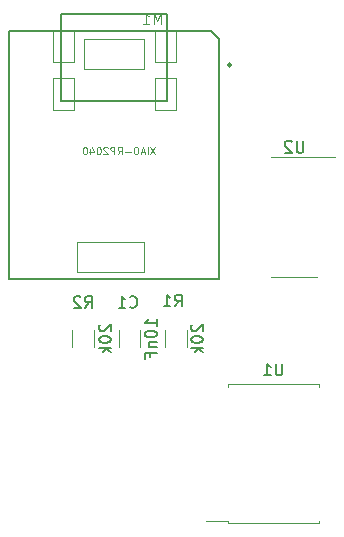
<source format=gbr>
%TF.GenerationSoftware,KiCad,Pcbnew,(6.0.6)*%
%TF.CreationDate,2022-07-29T16:25:05-07:00*%
%TF.ProjectId,ubitx raduino clone daughter board,75626974-7820-4726-9164-75696e6f2063,rev?*%
%TF.SameCoordinates,Original*%
%TF.FileFunction,Legend,Bot*%
%TF.FilePolarity,Positive*%
%FSLAX46Y46*%
G04 Gerber Fmt 4.6, Leading zero omitted, Abs format (unit mm)*
G04 Created by KiCad (PCBNEW (6.0.6)) date 2022-07-29 16:25:05*
%MOMM*%
%LPD*%
G01*
G04 APERTURE LIST*
%ADD10C,0.150000*%
%ADD11C,0.101600*%
%ADD12C,0.076200*%
%ADD13C,0.120000*%
%ADD14C,0.127000*%
%ADD15C,0.066040*%
%ADD16C,0.254000*%
G04 APERTURE END LIST*
D10*
%TO.C,U1*%
X169159904Y-86024380D02*
X169159904Y-86833904D01*
X169112285Y-86929142D01*
X169064666Y-86976761D01*
X168969428Y-87024380D01*
X168778952Y-87024380D01*
X168683714Y-86976761D01*
X168636095Y-86929142D01*
X168588476Y-86833904D01*
X168588476Y-86024380D01*
X167588476Y-87024380D02*
X168159904Y-87024380D01*
X167874190Y-87024380D02*
X167874190Y-86024380D01*
X167969428Y-86167238D01*
X168064666Y-86262476D01*
X168159904Y-86310095D01*
%TO.C,R2*%
X152435666Y-81309380D02*
X152769000Y-80833190D01*
X153007095Y-81309380D02*
X153007095Y-80309380D01*
X152626142Y-80309380D01*
X152530904Y-80357000D01*
X152483285Y-80404619D01*
X152435666Y-80499857D01*
X152435666Y-80642714D01*
X152483285Y-80737952D01*
X152530904Y-80785571D01*
X152626142Y-80833190D01*
X153007095Y-80833190D01*
X152054714Y-80404619D02*
X152007095Y-80357000D01*
X151911857Y-80309380D01*
X151673761Y-80309380D01*
X151578523Y-80357000D01*
X151530904Y-80404619D01*
X151483285Y-80499857D01*
X151483285Y-80595095D01*
X151530904Y-80737952D01*
X152102333Y-81309380D01*
X151483285Y-81309380D01*
X153721619Y-82738333D02*
X153674000Y-82785952D01*
X153626380Y-82881190D01*
X153626380Y-83119285D01*
X153674000Y-83214523D01*
X153721619Y-83262142D01*
X153816857Y-83309761D01*
X153912095Y-83309761D01*
X154054952Y-83262142D01*
X154626380Y-82690714D01*
X154626380Y-83309761D01*
X153626380Y-83928809D02*
X153626380Y-84024047D01*
X153674000Y-84119285D01*
X153721619Y-84166904D01*
X153816857Y-84214523D01*
X154007333Y-84262142D01*
X154245428Y-84262142D01*
X154435904Y-84214523D01*
X154531142Y-84166904D01*
X154578761Y-84119285D01*
X154626380Y-84024047D01*
X154626380Y-83928809D01*
X154578761Y-83833571D01*
X154531142Y-83785952D01*
X154435904Y-83738333D01*
X154245428Y-83690714D01*
X154007333Y-83690714D01*
X153816857Y-83738333D01*
X153721619Y-83785952D01*
X153674000Y-83833571D01*
X153626380Y-83928809D01*
X154626380Y-84690714D02*
X153626380Y-84690714D01*
X154245428Y-84785952D02*
X154626380Y-85071666D01*
X153959714Y-85071666D02*
X154340666Y-84690714D01*
D11*
%TO.C,M1*%
X158872576Y-57261976D02*
X158872576Y-56372976D01*
X158576243Y-57007976D01*
X158279910Y-56372976D01*
X158279910Y-57261976D01*
X157390910Y-57261976D02*
X157898910Y-57261976D01*
X157644910Y-57261976D02*
X157644910Y-56372976D01*
X157729576Y-56499976D01*
X157814243Y-56584643D01*
X157898910Y-56626976D01*
D12*
X158394028Y-67696171D02*
X157987628Y-68305771D01*
X157987628Y-67696171D02*
X158394028Y-68305771D01*
X157755400Y-68305771D02*
X157755400Y-67696171D01*
X157494142Y-68131600D02*
X157203857Y-68131600D01*
X157552200Y-68305771D02*
X157349000Y-67696171D01*
X157145800Y-68305771D01*
X156826485Y-67696171D02*
X156710371Y-67696171D01*
X156652314Y-67725200D01*
X156594257Y-67783257D01*
X156565228Y-67899371D01*
X156565228Y-68102571D01*
X156594257Y-68218685D01*
X156652314Y-68276742D01*
X156710371Y-68305771D01*
X156826485Y-68305771D01*
X156884542Y-68276742D01*
X156942600Y-68218685D01*
X156971628Y-68102571D01*
X156971628Y-67899371D01*
X156942600Y-67783257D01*
X156884542Y-67725200D01*
X156826485Y-67696171D01*
X156303971Y-68073542D02*
X155839514Y-68073542D01*
X155200885Y-68305771D02*
X155404085Y-68015485D01*
X155549228Y-68305771D02*
X155549228Y-67696171D01*
X155317000Y-67696171D01*
X155258942Y-67725200D01*
X155229914Y-67754228D01*
X155200885Y-67812285D01*
X155200885Y-67899371D01*
X155229914Y-67957428D01*
X155258942Y-67986457D01*
X155317000Y-68015485D01*
X155549228Y-68015485D01*
X154939628Y-68305771D02*
X154939628Y-67696171D01*
X154707400Y-67696171D01*
X154649342Y-67725200D01*
X154620314Y-67754228D01*
X154591285Y-67812285D01*
X154591285Y-67899371D01*
X154620314Y-67957428D01*
X154649342Y-67986457D01*
X154707400Y-68015485D01*
X154939628Y-68015485D01*
X154359057Y-67754228D02*
X154330028Y-67725200D01*
X154271971Y-67696171D01*
X154126828Y-67696171D01*
X154068771Y-67725200D01*
X154039742Y-67754228D01*
X154010714Y-67812285D01*
X154010714Y-67870342D01*
X154039742Y-67957428D01*
X154388085Y-68305771D01*
X154010714Y-68305771D01*
X153633342Y-67696171D02*
X153575285Y-67696171D01*
X153517228Y-67725200D01*
X153488200Y-67754228D01*
X153459171Y-67812285D01*
X153430142Y-67928400D01*
X153430142Y-68073542D01*
X153459171Y-68189657D01*
X153488200Y-68247714D01*
X153517228Y-68276742D01*
X153575285Y-68305771D01*
X153633342Y-68305771D01*
X153691400Y-68276742D01*
X153720428Y-68247714D01*
X153749457Y-68189657D01*
X153778485Y-68073542D01*
X153778485Y-67928400D01*
X153749457Y-67812285D01*
X153720428Y-67754228D01*
X153691400Y-67725200D01*
X153633342Y-67696171D01*
X152907628Y-67899371D02*
X152907628Y-68305771D01*
X153052771Y-67667142D02*
X153197914Y-68102571D01*
X152820542Y-68102571D01*
X152472200Y-67696171D02*
X152414142Y-67696171D01*
X152356085Y-67725200D01*
X152327057Y-67754228D01*
X152298028Y-67812285D01*
X152269000Y-67928400D01*
X152269000Y-68073542D01*
X152298028Y-68189657D01*
X152327057Y-68247714D01*
X152356085Y-68276742D01*
X152414142Y-68305771D01*
X152472200Y-68305771D01*
X152530257Y-68276742D01*
X152559285Y-68247714D01*
X152588314Y-68189657D01*
X152617342Y-68073542D01*
X152617342Y-67928400D01*
X152588314Y-67812285D01*
X152559285Y-67754228D01*
X152530257Y-67725200D01*
X152472200Y-67696171D01*
D10*
%TO.C,R1*%
X160055666Y-81182380D02*
X160389000Y-80706190D01*
X160627095Y-81182380D02*
X160627095Y-80182380D01*
X160246142Y-80182380D01*
X160150904Y-80230000D01*
X160103285Y-80277619D01*
X160055666Y-80372857D01*
X160055666Y-80515714D01*
X160103285Y-80610952D01*
X160150904Y-80658571D01*
X160246142Y-80706190D01*
X160627095Y-80706190D01*
X159103285Y-81182380D02*
X159674714Y-81182380D01*
X159389000Y-81182380D02*
X159389000Y-80182380D01*
X159484238Y-80325238D01*
X159579476Y-80420476D01*
X159674714Y-80468095D01*
X161510619Y-82738333D02*
X161463000Y-82785952D01*
X161415380Y-82881190D01*
X161415380Y-83119285D01*
X161463000Y-83214523D01*
X161510619Y-83262142D01*
X161605857Y-83309761D01*
X161701095Y-83309761D01*
X161843952Y-83262142D01*
X162415380Y-82690714D01*
X162415380Y-83309761D01*
X161415380Y-83928809D02*
X161415380Y-84024047D01*
X161463000Y-84119285D01*
X161510619Y-84166904D01*
X161605857Y-84214523D01*
X161796333Y-84262142D01*
X162034428Y-84262142D01*
X162224904Y-84214523D01*
X162320142Y-84166904D01*
X162367761Y-84119285D01*
X162415380Y-84024047D01*
X162415380Y-83928809D01*
X162367761Y-83833571D01*
X162320142Y-83785952D01*
X162224904Y-83738333D01*
X162034428Y-83690714D01*
X161796333Y-83690714D01*
X161605857Y-83738333D01*
X161510619Y-83785952D01*
X161463000Y-83833571D01*
X161415380Y-83928809D01*
X162415380Y-84690714D02*
X161415380Y-84690714D01*
X162034428Y-84785952D02*
X162415380Y-85071666D01*
X161748714Y-85071666D02*
X162129666Y-84690714D01*
%TO.C,U2*%
X170937904Y-67170380D02*
X170937904Y-67979904D01*
X170890285Y-68075142D01*
X170842666Y-68122761D01*
X170747428Y-68170380D01*
X170556952Y-68170380D01*
X170461714Y-68122761D01*
X170414095Y-68075142D01*
X170366476Y-67979904D01*
X170366476Y-67170380D01*
X169937904Y-67265619D02*
X169890285Y-67218000D01*
X169795047Y-67170380D01*
X169556952Y-67170380D01*
X169461714Y-67218000D01*
X169414095Y-67265619D01*
X169366476Y-67360857D01*
X169366476Y-67456095D01*
X169414095Y-67598952D01*
X169985523Y-68170380D01*
X169366476Y-68170380D01*
%TO.C,C1*%
X156245666Y-81214142D02*
X156293285Y-81261761D01*
X156436142Y-81309380D01*
X156531380Y-81309380D01*
X156674238Y-81261761D01*
X156769476Y-81166523D01*
X156817095Y-81071285D01*
X156864714Y-80880809D01*
X156864714Y-80737952D01*
X156817095Y-80547476D01*
X156769476Y-80452238D01*
X156674238Y-80357000D01*
X156531380Y-80309380D01*
X156436142Y-80309380D01*
X156293285Y-80357000D01*
X156245666Y-80404619D01*
X155293285Y-81309380D02*
X155864714Y-81309380D01*
X155579000Y-81309380D02*
X155579000Y-80309380D01*
X155674238Y-80452238D01*
X155769476Y-80547476D01*
X155864714Y-80595095D01*
X158508380Y-82853571D02*
X158508380Y-82282142D01*
X158508380Y-82567857D02*
X157508380Y-82567857D01*
X157651238Y-82472619D01*
X157746476Y-82377380D01*
X157794095Y-82282142D01*
X157508380Y-83472619D02*
X157508380Y-83567857D01*
X157556000Y-83663095D01*
X157603619Y-83710714D01*
X157698857Y-83758333D01*
X157889333Y-83805952D01*
X158127428Y-83805952D01*
X158317904Y-83758333D01*
X158413142Y-83710714D01*
X158460761Y-83663095D01*
X158508380Y-83567857D01*
X158508380Y-83472619D01*
X158460761Y-83377380D01*
X158413142Y-83329761D01*
X158317904Y-83282142D01*
X158127428Y-83234523D01*
X157889333Y-83234523D01*
X157698857Y-83282142D01*
X157603619Y-83329761D01*
X157556000Y-83377380D01*
X157508380Y-83472619D01*
X157841714Y-84234523D02*
X158508380Y-84234523D01*
X157936952Y-84234523D02*
X157889333Y-84282142D01*
X157841714Y-84377380D01*
X157841714Y-84520238D01*
X157889333Y-84615476D01*
X157984571Y-84663095D01*
X158508380Y-84663095D01*
X157984571Y-85472619D02*
X157984571Y-85139285D01*
X158508380Y-85139285D02*
X157508380Y-85139285D01*
X157508380Y-85615476D01*
D13*
%TO.C,U1*%
X164538000Y-87799000D02*
X164538000Y-88044000D01*
X164538000Y-99324000D02*
X162723000Y-99324000D01*
X168398000Y-99569000D02*
X172258000Y-99569000D01*
X172258000Y-99569000D02*
X172258000Y-99324000D01*
X168398000Y-87799000D02*
X172258000Y-87799000D01*
X168398000Y-99569000D02*
X164538000Y-99569000D01*
X168398000Y-87799000D02*
X164538000Y-87799000D01*
X172258000Y-87799000D02*
X172258000Y-88044000D01*
X164538000Y-99569000D02*
X164538000Y-99324000D01*
%TO.C,R2*%
X153179000Y-84632064D02*
X153179000Y-83177936D01*
X151359000Y-84632064D02*
X151359000Y-83177936D01*
D14*
%TO.C,M1*%
X146006630Y-57896130D02*
X163133850Y-57896130D01*
D15*
X157454410Y-78259310D02*
X151739410Y-78259310D01*
X149707410Y-60479310D02*
X149707410Y-57812310D01*
X151485410Y-57812310D02*
X149707410Y-57812310D01*
D14*
X150410990Y-63824490D02*
X159410210Y-63824490D01*
D15*
X157454410Y-58574310D02*
X152374410Y-58574310D01*
X157454410Y-75719310D02*
X151739410Y-75719310D01*
X158343410Y-64545850D02*
X158343410Y-61876310D01*
X152374410Y-61114310D02*
X152374410Y-58574310D01*
X149707410Y-64545850D02*
X149707410Y-61876310D01*
D14*
X163804410Y-78894310D02*
X146006630Y-78894310D01*
D15*
X151485410Y-64545850D02*
X149707410Y-64545850D01*
X160121410Y-61876310D02*
X158343410Y-61876310D01*
D14*
X159405130Y-56471190D02*
X150410990Y-56471190D01*
D15*
X151485410Y-64545850D02*
X151485410Y-61876310D01*
X160121410Y-60479310D02*
X160121410Y-57812310D01*
D14*
X163804410Y-58566690D02*
X163804410Y-78894310D01*
D15*
X160121410Y-64545850D02*
X160121410Y-61876310D01*
D14*
X159410210Y-63824490D02*
X159410210Y-56471190D01*
D15*
X151485410Y-60479310D02*
X151485410Y-57812310D01*
X158343410Y-60479310D02*
X158343410Y-57812310D01*
X157454410Y-61114310D02*
X152374410Y-61114310D01*
D14*
X146006630Y-78894310D02*
X146006630Y-57896130D01*
D15*
X157454410Y-78259310D02*
X157454410Y-75719310D01*
X157454410Y-61114310D02*
X157454410Y-58574310D01*
X160121410Y-64545850D02*
X158343410Y-64545850D01*
X151485410Y-60479310D02*
X149707410Y-60479310D01*
D14*
X150410990Y-56471190D02*
X150410990Y-63824490D01*
D15*
X160121410Y-60479310D02*
X158343410Y-60479310D01*
X151739410Y-78259310D02*
X151739410Y-75719310D01*
X151485410Y-61876310D02*
X149707410Y-61876310D01*
X160121410Y-57812310D02*
X158343410Y-57812310D01*
D14*
X163133850Y-57896130D02*
X163804410Y-58566690D01*
D16*
X164820410Y-60733310D02*
G75*
G03*
X164820410Y-60733310I-127000J0D01*
G01*
D13*
%TO.C,R1*%
X161053000Y-83177936D02*
X161053000Y-84632064D01*
X159233000Y-83177936D02*
X159233000Y-84632064D01*
%TO.C,U2*%
X170176000Y-78678000D02*
X168226000Y-78678000D01*
X170176000Y-68558000D02*
X173626000Y-68558000D01*
X170176000Y-78678000D02*
X172126000Y-78678000D01*
X170176000Y-68558000D02*
X168226000Y-68558000D01*
%TO.C,C1*%
X157116000Y-83213748D02*
X157116000Y-84636252D01*
X155296000Y-83213748D02*
X155296000Y-84636252D01*
%TD*%
M02*

</source>
